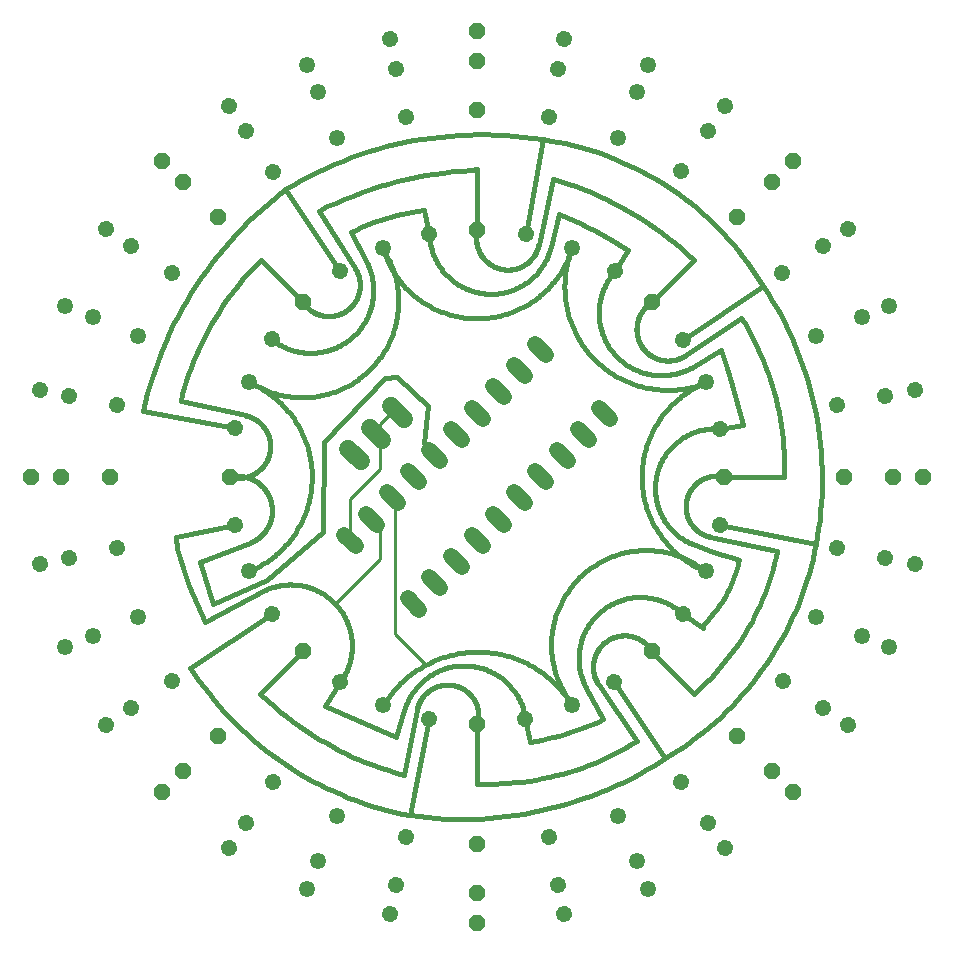
<source format=gbr>
G04 EAGLE Gerber RS-274X export*
G75*
%MOMM*%
%FSLAX34Y34*%
%LPD*%
%INTop Copper*%
%IPPOS*%
%AMOC8*
5,1,8,0,0,1.08239X$1,22.5*%
G01*
%ADD10P,1.429621X8X292.500000*%
%ADD11P,1.429621X8X281.300000*%
%ADD12P,1.429621X8X270.000000*%
%ADD13P,1.429621X8X258.800000*%
%ADD14P,1.429621X8X247.500000*%
%ADD15P,1.429621X8X236.300000*%
%ADD16P,1.429621X8X225.000000*%
%ADD17P,1.429621X8X213.800000*%
%ADD18P,1.429621X8X202.500000*%
%ADD19P,1.429621X8X191.300000*%
%ADD20P,1.429621X8X180.000000*%
%ADD21P,1.429621X8X168.800000*%
%ADD22P,1.429621X8X157.500000*%
%ADD23P,1.429621X8X146.300000*%
%ADD24P,1.429621X8X135.000000*%
%ADD25P,1.429621X8X123.800000*%
%ADD26P,1.429621X8X112.500000*%
%ADD27P,1.429621X8X101.300000*%
%ADD28P,1.429621X8X90.000000*%
%ADD29P,1.429621X8X78.800000*%
%ADD30P,1.429621X8X67.500000*%
%ADD31P,1.429621X8X56.300000*%
%ADD32P,1.429621X8X45.000000*%
%ADD33P,1.429621X8X33.800000*%
%ADD34P,1.429621X8X22.500000*%
%ADD35P,1.429621X8X371.300000*%
%ADD36P,1.429621X8X360.000000*%
%ADD37P,1.429621X8X348.800000*%
%ADD38P,1.429621X8X337.500000*%
%ADD39P,1.429621X8X326.300000*%
%ADD40P,1.429621X8X315.000000*%
%ADD41P,1.429621X8X303.800000*%
%ADD42C,1.320800*%
%ADD43C,1.524000*%
%ADD44C,0.254000*%
%ADD45C,0.406400*%


D10*
X400000Y777700D03*
X400000Y752300D03*
D11*
X473667Y770458D03*
X468733Y745542D03*
D12*
X544560Y748933D03*
X534840Y725467D03*
D13*
X609847Y714066D03*
X595753Y692934D03*
D14*
X667080Y667080D03*
X649120Y649120D03*
D15*
X714054Y609865D03*
X692946Y595735D03*
D16*
X748933Y544560D03*
X725467Y534840D03*
D17*
X770454Y473689D03*
X745546Y468711D03*
D18*
X777700Y400000D03*
X752300Y400000D03*
D19*
X770458Y326333D03*
X745542Y331267D03*
D20*
X748933Y255440D03*
X725467Y265160D03*
D21*
X714066Y190153D03*
X692934Y204247D03*
D22*
X667080Y132920D03*
X649120Y150880D03*
D23*
X609865Y85946D03*
X595735Y107054D03*
D24*
X544560Y51067D03*
X534840Y74533D03*
D25*
X473689Y29546D03*
X468711Y54454D03*
D26*
X400000Y22300D03*
X400000Y47700D03*
D27*
X326333Y29542D03*
X331267Y54458D03*
D28*
X255440Y51067D03*
X265160Y74533D03*
D29*
X190153Y85934D03*
X204247Y107066D03*
D30*
X132920Y132920D03*
X150880Y150880D03*
D31*
X85946Y190135D03*
X107054Y204265D03*
D32*
X51067Y255440D03*
X74533Y265160D03*
D33*
X29546Y326311D03*
X54454Y331289D03*
D34*
X22300Y400000D03*
X47700Y400000D03*
D35*
X29542Y473667D03*
X54458Y468733D03*
D36*
X51067Y544560D03*
X74533Y534840D03*
D37*
X85934Y609847D03*
X107066Y595753D03*
D38*
X132920Y667080D03*
X150880Y649120D03*
D39*
X190135Y714054D03*
X204265Y692946D03*
D40*
X255440Y748933D03*
X265160Y725467D03*
D41*
X326311Y770454D03*
X331289Y745546D03*
D26*
X400000Y609200D03*
X400000Y710800D03*
D27*
X440833Y605167D03*
X460567Y704833D03*
D28*
X480060Y593267D03*
X518940Y687133D03*
D29*
X516214Y573937D03*
X572586Y658463D03*
D30*
X547879Y547879D03*
X619721Y619721D03*
D31*
X573986Y516140D03*
X658414Y572660D03*
D32*
X593267Y480060D03*
X687133Y518940D03*
D33*
X605185Y440746D03*
X704815Y460654D03*
D34*
X609200Y400000D03*
X710800Y400000D03*
D35*
X605167Y359167D03*
X704833Y339433D03*
D36*
X593267Y319940D03*
X687133Y281060D03*
D37*
X573937Y283786D03*
X658463Y227414D03*
D38*
X547879Y252121D03*
X619721Y180279D03*
D39*
X516140Y226014D03*
X572660Y141586D03*
D40*
X480060Y206733D03*
X518940Y112867D03*
D41*
X440746Y194815D03*
X460654Y95185D03*
D10*
X400000Y190800D03*
X400000Y89200D03*
D11*
X359167Y194833D03*
X339433Y95167D03*
D12*
X319940Y206733D03*
X281060Y112867D03*
D13*
X283786Y226063D03*
X227414Y141537D03*
D14*
X252121Y252121D03*
X180279Y180279D03*
D15*
X226014Y283860D03*
X141586Y227340D03*
D16*
X206733Y319940D03*
X112867Y281060D03*
D17*
X194815Y359254D03*
X95185Y339346D03*
D18*
X190800Y400000D03*
X89200Y400000D03*
D19*
X194833Y440833D03*
X95167Y460567D03*
D20*
X206733Y480060D03*
X112867Y518940D03*
D21*
X226063Y516214D03*
X141537Y572586D03*
D22*
X252121Y547879D03*
X180279Y619721D03*
D23*
X283860Y573986D03*
X227340Y658414D03*
D24*
X319940Y593267D03*
X281060Y687133D03*
D25*
X359254Y605185D03*
X339346Y704815D03*
D42*
X449212Y512433D02*
X458551Y503093D01*
X440591Y485133D02*
X431251Y494472D01*
X413291Y476512D02*
X422630Y467172D01*
X404670Y449212D02*
X395330Y458551D01*
X377370Y440591D02*
X386709Y431251D01*
X368749Y413291D02*
X359409Y422630D01*
X341449Y404670D02*
X350788Y395330D01*
X332828Y377370D02*
X323488Y386709D01*
X305528Y368749D02*
X314867Y359409D01*
X296907Y341449D02*
X287567Y350788D01*
X341449Y296907D02*
X350788Y287567D01*
X368749Y305528D02*
X359409Y314867D01*
X377370Y332828D02*
X386709Y323488D01*
X404670Y341449D02*
X395330Y350788D01*
X413291Y368749D02*
X422630Y359409D01*
X440591Y377370D02*
X431251Y386709D01*
X449212Y404670D02*
X458551Y395330D01*
X476512Y413291D02*
X467172Y422630D01*
X485133Y440591D02*
X494472Y431251D01*
X512433Y449212D02*
X503093Y458551D01*
D43*
X301668Y412893D02*
X290892Y423670D01*
X308853Y441630D02*
X319629Y430854D01*
X337589Y448814D02*
X326813Y459591D01*
D44*
X292100Y381000D02*
X292100Y342900D01*
X292100Y381000D02*
X317500Y406400D01*
X317500Y431800D01*
X292237Y346118D02*
X292100Y342900D01*
X317500Y444500D02*
X330200Y457200D01*
X317500Y444500D02*
X317500Y431800D01*
X332201Y454202D02*
X330200Y457200D01*
X314241Y436242D02*
X317500Y431800D01*
D45*
X252121Y252121D02*
X216057Y216177D01*
X223013Y209843D01*
X223012Y209843D02*
X227938Y205466D01*
X232967Y201210D01*
X238099Y197076D01*
X243329Y193068D01*
X248654Y189188D01*
X254072Y185437D01*
X259578Y181819D01*
X265171Y178335D01*
X270846Y174987D01*
X276601Y171778D01*
X282432Y168709D01*
X288335Y165782D01*
X294307Y162998D01*
X300345Y160360D01*
X306445Y157869D01*
X312604Y155526D01*
X318817Y153332D01*
X325082Y151290D01*
X331394Y149400D01*
X337750Y147663D01*
X348916Y202881D01*
X348916Y202882D02*
X349051Y203510D01*
X349202Y204135D01*
X349367Y204756D01*
X349548Y205373D01*
X349744Y205986D01*
X349955Y206593D01*
X350181Y207195D01*
X350421Y207791D01*
X350676Y208381D01*
X350945Y208965D01*
X351228Y209542D01*
X351526Y210112D01*
X351837Y210675D01*
X352162Y211229D01*
X352501Y211776D01*
X352852Y212314D01*
X353217Y212843D01*
X353595Y213364D01*
X353985Y213874D01*
X354388Y214376D01*
X354803Y214867D01*
X355229Y215348D01*
X355668Y215818D01*
X356118Y216277D01*
X356578Y216725D01*
X357050Y217162D01*
X357532Y217587D01*
X358025Y218001D01*
X358527Y218402D01*
X359039Y218790D01*
X359561Y219166D01*
X360092Y219529D01*
X360631Y219879D01*
X361179Y220216D01*
X361734Y220539D01*
X362298Y220848D01*
X362869Y221144D01*
X363447Y221425D01*
X364031Y221693D01*
X364622Y221946D01*
X365219Y222184D01*
X365822Y222408D01*
X366430Y222616D01*
X367043Y222810D01*
X367661Y222989D01*
X368282Y223153D01*
X368908Y223301D01*
X369537Y223434D01*
X370169Y223552D01*
X370804Y223654D01*
X371441Y223740D01*
X372080Y223811D01*
X372720Y223867D01*
X373362Y223906D01*
X374004Y223930D01*
X374647Y223938D01*
X375290Y223930D01*
X375932Y223907D01*
X376574Y223868D01*
X377215Y223813D01*
X377854Y223743D01*
X378491Y223657D01*
X379126Y223555D01*
X379758Y223438D01*
X380387Y223305D01*
X381012Y223157D01*
X381634Y222994D01*
X382252Y222815D01*
X382865Y222622D01*
X383473Y222414D01*
X384076Y222190D01*
X384673Y221952D01*
X385264Y221700D01*
X385849Y221433D01*
X386427Y221152D01*
X386999Y220857D01*
X387562Y220548D01*
X388118Y220225D01*
X388666Y219889D01*
X389206Y219539D01*
X389736Y219176D01*
X390258Y218801D01*
X390771Y218412D01*
X391273Y218012D01*
X391766Y217599D01*
X392249Y217174D01*
X392721Y216738D01*
X393182Y216290D01*
X393632Y215831D01*
X394071Y215361D01*
X394498Y214880D01*
X394913Y214389D01*
X395316Y213888D01*
X395706Y213378D01*
X396085Y212858D01*
X396450Y212329D01*
X396802Y211791D01*
X397141Y211245D01*
X397466Y210690D01*
X397778Y210128D01*
X398076Y209558D01*
X398359Y208981D01*
X398629Y208398D01*
X398884Y207808D01*
X399125Y207212D01*
X399351Y206610D01*
X399562Y206002D01*
X399759Y205390D01*
X399940Y204774D01*
X400106Y204152D01*
X400257Y203528D01*
X400393Y202899D01*
X400513Y202268D01*
X400617Y201633D01*
X400706Y200997D01*
X400780Y200358D01*
X400838Y199718D01*
X400880Y199076D01*
X400906Y198434D01*
X400917Y197791D01*
X400912Y197148D01*
X400891Y196506D01*
X400854Y195864D01*
X400802Y195223D01*
X400734Y194584D01*
X400651Y193946D01*
X400552Y193311D01*
X400437Y192678D01*
X400307Y192049D01*
X400161Y191423D01*
X400001Y190800D01*
X400000Y190800D02*
X399960Y139993D01*
X408958Y139993D01*
X414750Y140064D01*
X420538Y140277D01*
X426319Y140631D01*
X432090Y141127D01*
X437848Y141764D01*
X443587Y142542D01*
X449306Y143460D01*
X455001Y144518D01*
X460668Y145715D01*
X466304Y147050D01*
X471906Y148523D01*
X477470Y150133D01*
X482993Y151879D01*
X488472Y153759D01*
X493903Y155773D01*
X499283Y157919D01*
X504608Y160196D01*
X509877Y162603D01*
X515085Y165139D01*
X520229Y167801D01*
X525306Y170588D01*
X530314Y173499D01*
X535249Y176532D01*
X502684Y223831D01*
X502320Y224373D01*
X501970Y224924D01*
X501633Y225483D01*
X501310Y226050D01*
X501002Y226625D01*
X500707Y227208D01*
X500426Y227797D01*
X500161Y228393D01*
X499909Y228996D01*
X499673Y229604D01*
X499452Y230218D01*
X499245Y230837D01*
X499054Y231462D01*
X498878Y232090D01*
X498718Y232723D01*
X498573Y233359D01*
X498444Y233999D01*
X498330Y234642D01*
X498232Y235287D01*
X498150Y235935D01*
X498084Y236584D01*
X498034Y237235D01*
X498000Y237887D01*
X497981Y238539D01*
X497979Y239192D01*
X497993Y239845D01*
X498022Y240497D01*
X498068Y241148D01*
X498129Y241798D01*
X498206Y242446D01*
X498299Y243092D01*
X498408Y243736D01*
X498533Y244376D01*
X498673Y245014D01*
X498829Y245648D01*
X499000Y246278D01*
X499187Y246903D01*
X499388Y247524D01*
X499605Y248140D01*
X499837Y248750D01*
X500084Y249354D01*
X500346Y249952D01*
X500622Y250543D01*
X500912Y251128D01*
X501217Y251705D01*
X501536Y252275D01*
X501868Y252837D01*
X502214Y253390D01*
X502574Y253935D01*
X502947Y254471D01*
X503332Y254997D01*
X503731Y255514D01*
X504142Y256021D01*
X504565Y256518D01*
X505001Y257004D01*
X505448Y257480D01*
X505907Y257944D01*
X506377Y258397D01*
X506857Y258839D01*
X507349Y259268D01*
X507851Y259686D01*
X508363Y260091D01*
X508884Y260483D01*
X509415Y260863D01*
X509955Y261229D01*
X510504Y261582D01*
X511062Y261922D01*
X511628Y262247D01*
X512201Y262559D01*
X512782Y262857D01*
X513370Y263141D01*
X513965Y263410D01*
X514566Y263664D01*
X515173Y263903D01*
X515786Y264128D01*
X516404Y264338D01*
X517027Y264532D01*
X517655Y264711D01*
X518287Y264875D01*
X518922Y265023D01*
X519561Y265156D01*
X520204Y265273D01*
X520848Y265374D01*
X521496Y265459D01*
X522145Y265529D01*
X522795Y265583D01*
X523447Y265620D01*
X524099Y265642D01*
X524752Y265648D01*
X525405Y265638D01*
X526057Y265612D01*
X526708Y265570D01*
X527358Y265512D01*
X528007Y265438D01*
X528653Y265348D01*
X529298Y265242D01*
X529939Y265121D01*
X530577Y264984D01*
X531212Y264832D01*
X531843Y264664D01*
X532469Y264481D01*
X533091Y264282D01*
X533708Y264068D01*
X534319Y263840D01*
X534925Y263596D01*
X535524Y263338D01*
X536117Y263065D01*
X536703Y262777D01*
X537282Y262476D01*
X537853Y262160D01*
X538417Y261831D01*
X538972Y261487D01*
X539519Y261131D01*
X540056Y260761D01*
X540585Y260378D01*
X541104Y259982D01*
X541613Y259573D01*
X542112Y259153D01*
X542601Y258720D01*
X543079Y258275D01*
X543545Y257819D01*
X544001Y257351D01*
X544445Y256873D01*
X544877Y256384D01*
X545297Y255884D01*
X545705Y255374D01*
X546100Y254855D01*
X546482Y254326D01*
X546851Y253787D01*
X547207Y253240D01*
X547550Y252684D01*
X547879Y252121D01*
X547879Y251672D01*
X583477Y216075D01*
X590207Y222449D01*
X590207Y222450D02*
X594037Y226167D01*
X597775Y229978D01*
X601419Y233879D01*
X604966Y237868D01*
X608414Y241943D01*
X611761Y246101D01*
X615005Y250340D01*
X618145Y254657D01*
X621177Y259049D01*
X624101Y263515D01*
X626915Y268051D01*
X629617Y272655D01*
X632205Y277323D01*
X634678Y282054D01*
X637035Y286843D01*
X639273Y291689D01*
X641392Y296588D01*
X643390Y301538D01*
X645266Y306536D01*
X647020Y311577D01*
X648649Y316660D01*
X650153Y321782D01*
X651531Y326939D01*
X652782Y332128D01*
X653906Y337346D01*
X653907Y337346D02*
X597234Y349159D01*
X597233Y349159D02*
X596612Y349296D01*
X595993Y349449D01*
X595379Y349616D01*
X594769Y349799D01*
X594164Y349996D01*
X593563Y350208D01*
X592968Y350435D01*
X592379Y350676D01*
X591796Y350932D01*
X591219Y351201D01*
X590649Y351485D01*
X590086Y351782D01*
X589530Y352093D01*
X588982Y352417D01*
X588442Y352755D01*
X587911Y353105D01*
X587388Y353469D01*
X586875Y353845D01*
X586370Y354234D01*
X585875Y354634D01*
X585391Y355047D01*
X584916Y355471D01*
X584452Y355907D01*
X583998Y356354D01*
X583556Y356812D01*
X583125Y357281D01*
X582705Y357760D01*
X582297Y358249D01*
X581902Y358748D01*
X581518Y359256D01*
X581147Y359773D01*
X580789Y360300D01*
X580444Y360835D01*
X580112Y361378D01*
X579793Y361929D01*
X579488Y362488D01*
X579196Y363054D01*
X578918Y363627D01*
X578655Y364206D01*
X578405Y364792D01*
X578170Y365384D01*
X577950Y365981D01*
X577744Y366584D01*
X577552Y367191D01*
X577376Y367803D01*
X577215Y368419D01*
X577068Y369038D01*
X576937Y369661D01*
X576821Y370288D01*
X576720Y370916D01*
X576635Y371547D01*
X576565Y372180D01*
X576511Y372814D01*
X576472Y373450D01*
X576448Y374086D01*
X576440Y374723D01*
X576448Y375360D01*
X576471Y375996D01*
X576509Y376631D01*
X576563Y377266D01*
X576633Y377899D01*
X576717Y378530D01*
X576818Y379159D01*
X576933Y379785D01*
X577064Y380408D01*
X577210Y381028D01*
X577371Y381644D01*
X577547Y382256D01*
X577737Y382863D01*
X577943Y383466D01*
X578163Y384063D01*
X578398Y384655D01*
X578647Y385241D01*
X578910Y385821D01*
X579187Y386394D01*
X579478Y386960D01*
X579783Y387519D01*
X580101Y388071D01*
X580433Y388614D01*
X580778Y389149D01*
X581136Y389676D01*
X581506Y390194D01*
X581889Y390702D01*
X582285Y391202D01*
X582692Y391691D01*
X583111Y392170D01*
X583542Y392639D01*
X583984Y393097D01*
X584437Y393545D01*
X584901Y393981D01*
X585375Y394406D01*
X585860Y394819D01*
X586354Y395220D01*
X586858Y395609D01*
X587372Y395985D01*
X587894Y396349D01*
X588425Y396700D01*
X588965Y397038D01*
X589513Y397363D01*
X590068Y397675D01*
X590631Y397972D01*
X591201Y398256D01*
X591777Y398526D01*
X592360Y398782D01*
X592950Y399023D01*
X593544Y399251D01*
X594145Y399463D01*
X594750Y399661D01*
X595360Y399844D01*
X595974Y400012D01*
X596592Y400165D01*
X597213Y400303D01*
X597838Y400426D01*
X598466Y400534D01*
X599096Y400626D01*
X599728Y400703D01*
X600362Y400764D01*
X600997Y400810D01*
X601633Y400840D01*
X602269Y400855D01*
X602906Y400855D01*
X603542Y400839D01*
X604178Y400807D01*
X604813Y400760D01*
X605447Y400697D01*
X606079Y400619D01*
X606709Y400526D01*
X607336Y400417D01*
X607961Y400294D01*
X608582Y400154D01*
X609200Y400000D01*
X660112Y399993D01*
X660025Y408992D01*
X659901Y414757D01*
X659640Y420518D01*
X659243Y426270D01*
X658709Y432012D01*
X658038Y437739D01*
X657232Y443449D01*
X656291Y449138D01*
X655215Y454803D01*
X654005Y460441D01*
X652661Y466049D01*
X651184Y471623D01*
X649575Y477161D01*
X647836Y482659D01*
X645966Y488113D01*
X643967Y493522D01*
X641840Y498882D01*
X639587Y504190D01*
X637208Y509443D01*
X634706Y514638D01*
X632080Y519772D01*
X629333Y524843D01*
X626467Y529846D01*
X623483Y534781D01*
X623483Y534780D02*
X576318Y502905D01*
X576318Y502904D02*
X575774Y502546D01*
X575222Y502202D01*
X574662Y501871D01*
X574093Y501554D01*
X573517Y501251D01*
X572934Y500963D01*
X572344Y500688D01*
X571748Y500428D01*
X571145Y500183D01*
X570537Y499952D01*
X569923Y499737D01*
X569304Y499536D01*
X568680Y499351D01*
X568052Y499181D01*
X567420Y499027D01*
X566784Y498888D01*
X566145Y498764D01*
X565503Y498656D01*
X564859Y498564D01*
X564213Y498488D01*
X563565Y498427D01*
X562916Y498382D01*
X562266Y498354D01*
X561615Y498341D01*
X560965Y498344D01*
X560314Y498363D01*
X559664Y498397D01*
X559016Y498448D01*
X558368Y498515D01*
X557723Y498597D01*
X557080Y498695D01*
X556439Y498809D01*
X555801Y498938D01*
X555167Y499083D01*
X554536Y499244D01*
X553910Y499419D01*
X553288Y499610D01*
X552671Y499817D01*
X552059Y500038D01*
X551452Y500274D01*
X550852Y500525D01*
X550258Y500790D01*
X549670Y501070D01*
X549090Y501364D01*
X548517Y501673D01*
X547952Y501995D01*
X547394Y502331D01*
X546845Y502680D01*
X546305Y503043D01*
X545774Y503419D01*
X545252Y503808D01*
X544740Y504209D01*
X544238Y504623D01*
X543746Y505049D01*
X543264Y505486D01*
X542794Y505936D01*
X542334Y506397D01*
X541886Y506869D01*
X541450Y507351D01*
X541026Y507845D01*
X540613Y508348D01*
X540214Y508861D01*
X539826Y509384D01*
X539452Y509917D01*
X539091Y510458D01*
X538743Y511008D01*
X538409Y511566D01*
X538089Y512133D01*
X537782Y512707D01*
X537490Y513288D01*
X537212Y513876D01*
X536948Y514471D01*
X536699Y515072D01*
X536465Y515679D01*
X536245Y516292D01*
X536041Y516910D01*
X535852Y517532D01*
X535678Y518159D01*
X535519Y518790D01*
X535376Y519425D01*
X535249Y520063D01*
X535137Y520704D01*
X535041Y521348D01*
X534961Y521994D01*
X534896Y522641D01*
X534847Y523290D01*
X534814Y523940D01*
X534798Y524590D01*
X534797Y525241D01*
X534811Y525892D01*
X534842Y526542D01*
X534889Y527191D01*
X534951Y527838D01*
X535030Y528484D01*
X535124Y529128D01*
X535233Y529770D01*
X535359Y530408D01*
X535500Y531043D01*
X535656Y531675D01*
X535828Y532303D01*
X536016Y532926D01*
X536218Y533544D01*
X536435Y534158D01*
X536668Y534765D01*
X536915Y535367D01*
X537177Y535963D01*
X537453Y536552D01*
X537743Y537134D01*
X538048Y537709D01*
X538367Y538277D01*
X538699Y538836D01*
X539045Y539387D01*
X539405Y539930D01*
X539777Y540463D01*
X540163Y540987D01*
X540561Y541502D01*
X540971Y542007D01*
X541394Y542501D01*
X541829Y542985D01*
X542276Y543459D01*
X542734Y543921D01*
X543203Y544372D01*
X543683Y544811D01*
X544173Y545239D01*
X544674Y545654D01*
X545185Y546057D01*
X545706Y546447D01*
X546236Y546825D01*
X546775Y547189D01*
X547323Y547541D01*
X547879Y547878D01*
X547879Y547879D02*
X583740Y583517D01*
X577847Y588790D01*
X577847Y588791D02*
X572626Y593354D01*
X567301Y597794D01*
X561873Y602108D01*
X556347Y606295D01*
X550724Y610351D01*
X545008Y614276D01*
X539202Y618066D01*
X533309Y621719D01*
X527332Y625234D01*
X521276Y628609D01*
X515142Y631841D01*
X508934Y634929D01*
X502656Y637872D01*
X496311Y640667D01*
X489903Y643314D01*
X483434Y645810D01*
X476909Y648155D01*
X470331Y650347D01*
X463704Y652385D01*
X451918Y596546D01*
X451775Y595908D01*
X451616Y595274D01*
X451443Y594644D01*
X451253Y594018D01*
X451049Y593397D01*
X450829Y592781D01*
X450595Y592171D01*
X450345Y591567D01*
X450081Y590969D01*
X449803Y590377D01*
X449510Y589793D01*
X449202Y589216D01*
X448881Y588647D01*
X448546Y588085D01*
X448197Y587532D01*
X447835Y586988D01*
X447460Y586453D01*
X447072Y585927D01*
X446671Y585411D01*
X446257Y584904D01*
X445831Y584408D01*
X445393Y583923D01*
X444944Y583448D01*
X444483Y582985D01*
X444011Y582533D01*
X443527Y582092D01*
X443034Y581664D01*
X442530Y581248D01*
X442015Y580844D01*
X441492Y580453D01*
X440958Y580074D01*
X440416Y579709D01*
X439865Y579358D01*
X439305Y579020D01*
X438738Y578695D01*
X438162Y578385D01*
X437580Y578089D01*
X436990Y577807D01*
X436393Y577540D01*
X435790Y577287D01*
X435181Y577049D01*
X434567Y576827D01*
X433947Y576619D01*
X433322Y576426D01*
X432693Y576249D01*
X432059Y576087D01*
X431422Y575941D01*
X430782Y575811D01*
X430138Y575696D01*
X429492Y575597D01*
X428844Y575513D01*
X428193Y575446D01*
X427542Y575394D01*
X426889Y575359D01*
X426235Y575339D01*
X425582Y575336D01*
X424928Y575348D01*
X424275Y575376D01*
X423623Y575421D01*
X422972Y575481D01*
X422323Y575557D01*
X421675Y575649D01*
X421031Y575757D01*
X420389Y575881D01*
X419750Y576020D01*
X419115Y576175D01*
X418484Y576345D01*
X417857Y576531D01*
X417235Y576732D01*
X416618Y576948D01*
X416006Y577179D01*
X415400Y577425D01*
X414801Y577686D01*
X414208Y577961D01*
X413622Y578251D01*
X413043Y578555D01*
X412472Y578873D01*
X411909Y579205D01*
X411354Y579550D01*
X410808Y579909D01*
X410270Y580281D01*
X409742Y580667D01*
X409224Y581065D01*
X408715Y581476D01*
X408217Y581899D01*
X407729Y582334D01*
X407252Y582781D01*
X406786Y583239D01*
X406331Y583709D01*
X405888Y584189D01*
X405456Y584681D01*
X405037Y585182D01*
X404631Y585694D01*
X404237Y586216D01*
X403855Y586747D01*
X403487Y587287D01*
X403133Y587836D01*
X402791Y588394D01*
X402464Y588960D01*
X402150Y589533D01*
X401851Y590114D01*
X401566Y590703D01*
X401295Y591298D01*
X401039Y591899D01*
X400798Y592507D01*
X400572Y593120D01*
X400360Y593739D01*
X400164Y594362D01*
X399984Y594991D01*
X399818Y595623D01*
X399668Y596260D01*
X399534Y596899D01*
X399416Y597542D01*
X399313Y598188D01*
X399226Y598836D01*
X399155Y599486D01*
X399100Y600137D01*
X399061Y600790D01*
X399037Y601443D01*
X399030Y602097D01*
X399039Y602750D01*
X399063Y603404D01*
X399104Y604056D01*
X399161Y604707D01*
X399233Y605357D01*
X399322Y606005D01*
X399426Y606650D01*
X399546Y607293D01*
X399681Y607932D01*
X399833Y608568D01*
X399999Y609200D01*
X400000Y609200D02*
X399809Y660140D01*
X394846Y659830D01*
X386961Y659245D01*
X379091Y658475D01*
X371241Y657523D01*
X363416Y656387D01*
X355619Y655069D01*
X347856Y653570D01*
X340129Y651890D01*
X332444Y650030D01*
X324804Y647991D01*
X317213Y645774D01*
X309677Y643381D01*
X302199Y640813D01*
X294782Y638071D01*
X287431Y635157D01*
X280151Y632072D01*
X272944Y628817D01*
X265816Y625396D01*
X296523Y576382D01*
X296857Y575833D01*
X297179Y575276D01*
X297486Y574711D01*
X297780Y574139D01*
X298060Y573560D01*
X298325Y572975D01*
X298576Y572383D01*
X298813Y571785D01*
X299035Y571181D01*
X299242Y570573D01*
X299434Y569959D01*
X299612Y569341D01*
X299774Y568719D01*
X299921Y568093D01*
X300053Y567464D01*
X300169Y566831D01*
X300270Y566196D01*
X300355Y565559D01*
X300425Y564920D01*
X300479Y564279D01*
X300518Y563637D01*
X300541Y562995D01*
X300548Y562352D01*
X300540Y561709D01*
X300516Y561066D01*
X300476Y560425D01*
X300420Y559784D01*
X300350Y559145D01*
X300263Y558508D01*
X300161Y557873D01*
X300044Y557241D01*
X299911Y556612D01*
X299763Y555986D01*
X299599Y555364D01*
X299421Y554746D01*
X299228Y554133D01*
X299019Y553525D01*
X298796Y552922D01*
X298559Y552324D01*
X298306Y551733D01*
X298040Y551148D01*
X297759Y550569D01*
X297465Y549998D01*
X297156Y549434D01*
X296834Y548877D01*
X296498Y548329D01*
X296149Y547789D01*
X295787Y547257D01*
X295412Y546735D01*
X295025Y546222D01*
X294625Y545718D01*
X294213Y545225D01*
X293789Y544741D01*
X293354Y544268D01*
X292907Y543806D01*
X292449Y543355D01*
X291980Y542915D01*
X291500Y542487D01*
X291010Y542070D01*
X290511Y541665D01*
X290001Y541273D01*
X289482Y540894D01*
X288954Y540527D01*
X288417Y540173D01*
X287872Y539832D01*
X287319Y539505D01*
X286757Y539191D01*
X286189Y538891D01*
X285613Y538605D01*
X285030Y538333D01*
X284441Y538075D01*
X283846Y537832D01*
X283245Y537604D01*
X282639Y537390D01*
X282027Y537191D01*
X281411Y537007D01*
X280791Y536838D01*
X280166Y536684D01*
X279539Y536545D01*
X278908Y536422D01*
X278274Y536314D01*
X277637Y536221D01*
X276999Y536145D01*
X276359Y536083D01*
X275718Y536038D01*
X275075Y536008D01*
X274432Y535993D01*
X273789Y535995D01*
X273147Y536012D01*
X272505Y536044D01*
X271863Y536093D01*
X271224Y536156D01*
X270586Y536236D01*
X269950Y536331D01*
X269316Y536441D01*
X268686Y536567D01*
X268058Y536708D01*
X267435Y536865D01*
X266815Y537036D01*
X266200Y537223D01*
X265589Y537425D01*
X264984Y537641D01*
X264384Y537872D01*
X263790Y538118D01*
X263201Y538378D01*
X262620Y538652D01*
X262045Y538941D01*
X261478Y539243D01*
X260918Y539559D01*
X260366Y539888D01*
X259822Y540231D01*
X259287Y540588D01*
X258760Y540957D01*
X258243Y541338D01*
X257735Y541733D01*
X257237Y542139D01*
X256748Y542558D01*
X256271Y542988D01*
X255804Y543430D01*
X255347Y543883D01*
X254902Y544347D01*
X254469Y544822D01*
X254047Y545307D01*
X253637Y545802D01*
X253239Y546307D01*
X252854Y546822D01*
X252481Y547346D01*
X252121Y547879D01*
X252121Y548205D01*
X216499Y583827D01*
X216499Y583206D01*
X214017Y580725D01*
X214018Y580724D02*
X209917Y576524D01*
X205917Y572227D01*
X202022Y567835D01*
X198232Y563352D01*
X194551Y558779D01*
X190980Y554120D01*
X187522Y549377D01*
X184178Y544552D01*
X180950Y539648D01*
X177841Y534669D01*
X174851Y529617D01*
X171983Y524495D01*
X169239Y519306D01*
X166619Y514053D01*
X164126Y508738D01*
X161760Y503366D01*
X159523Y497938D01*
X157417Y492459D01*
X155443Y486931D01*
X153601Y481357D01*
X151893Y475740D01*
X150320Y470085D01*
X148882Y464393D01*
X148882Y464394D02*
X203782Y451985D01*
X204418Y451833D01*
X205050Y451665D01*
X205678Y451483D01*
X206301Y451285D01*
X206919Y451071D01*
X207532Y450843D01*
X208139Y450600D01*
X208740Y450342D01*
X209334Y450070D01*
X209922Y449783D01*
X210502Y449482D01*
X211075Y449167D01*
X211640Y448838D01*
X212197Y448495D01*
X212745Y448139D01*
X213285Y447769D01*
X213815Y447387D01*
X214336Y446991D01*
X214847Y446583D01*
X215348Y446163D01*
X215838Y445731D01*
X216318Y445286D01*
X216787Y444831D01*
X217245Y444363D01*
X217691Y443885D01*
X218125Y443396D01*
X218547Y442897D01*
X218957Y442387D01*
X219354Y441868D01*
X219739Y441339D01*
X220110Y440801D01*
X220469Y440254D01*
X220813Y439699D01*
X221145Y439135D01*
X221462Y438563D01*
X221765Y437984D01*
X222054Y437397D01*
X222329Y436804D01*
X222589Y436204D01*
X222834Y435598D01*
X223065Y434986D01*
X223280Y434368D01*
X223480Y433746D01*
X223666Y433119D01*
X223835Y432487D01*
X223990Y431852D01*
X224128Y431213D01*
X224251Y430571D01*
X224359Y429926D01*
X224450Y429278D01*
X224526Y428629D01*
X224586Y427977D01*
X224630Y427325D01*
X224658Y426672D01*
X224670Y426018D01*
X224667Y425364D01*
X224647Y424711D01*
X224611Y424058D01*
X224560Y423406D01*
X224492Y422755D01*
X224409Y422107D01*
X224310Y421460D01*
X224195Y420817D01*
X224064Y420176D01*
X223918Y419539D01*
X223756Y418905D01*
X223579Y418276D01*
X223387Y417651D01*
X223179Y417031D01*
X222957Y416416D01*
X222719Y415807D01*
X222467Y415203D01*
X222200Y414607D01*
X221918Y414016D01*
X221622Y413433D01*
X221312Y412857D01*
X220988Y412289D01*
X220651Y411729D01*
X220299Y411178D01*
X219935Y410635D01*
X219557Y410101D01*
X219166Y409577D01*
X218763Y409062D01*
X218347Y408558D01*
X217919Y408063D01*
X217479Y407579D01*
X217028Y407106D01*
X216565Y406645D01*
X216091Y406194D01*
X215611Y405760D01*
X215120Y405337D01*
X214620Y404927D01*
X214110Y404528D01*
X213590Y404142D01*
X213061Y403769D01*
X212523Y403409D01*
X211977Y403061D01*
X211423Y402727D01*
X210860Y402407D01*
X210290Y402100D01*
X209713Y401807D01*
X209129Y401528D01*
X208538Y401263D01*
X207941Y401013D01*
X207338Y400777D01*
X206730Y400556D01*
X206116Y400349D01*
X205498Y400157D01*
X204875Y399981D01*
X204248Y399819D01*
X203618Y399673D01*
X202984Y399542D01*
X202347Y399426D01*
X201707Y399326D01*
X201066Y399241D01*
X200422Y399171D01*
X199777Y399118D01*
X199131Y399079D01*
X198484Y399057D01*
X197836Y399050D01*
X197189Y399059D01*
X196542Y399083D01*
X195896Y399123D01*
X195251Y399179D01*
X194608Y399250D01*
X193966Y399336D01*
X193327Y399439D01*
X192690Y399556D01*
X192057Y399689D01*
X191427Y399837D01*
X190800Y400001D01*
D44*
X215900Y406400D02*
X216091Y406194D01*
D45*
X354732Y428290D02*
X364079Y417961D01*
X354732Y428290D02*
X358082Y459946D01*
X331654Y484154D01*
X321976Y483782D01*
X270608Y429407D01*
X269120Y353060D01*
X222219Y312838D01*
X176435Y292355D01*
X165268Y328107D01*
X207330Y344122D01*
X207330Y344121D02*
X207996Y344384D01*
X208656Y344663D01*
X209308Y344959D01*
X209953Y345270D01*
X210590Y345597D01*
X211218Y345939D01*
X211839Y346297D01*
X212450Y346669D01*
X213052Y347057D01*
X213644Y347459D01*
X214227Y347876D01*
X214798Y348307D01*
X215360Y348751D01*
X215910Y349209D01*
X216448Y349681D01*
X216975Y350166D01*
X217490Y350663D01*
X217993Y351173D01*
X218483Y351695D01*
X218960Y352229D01*
X219424Y352774D01*
X219874Y353331D01*
X220311Y353898D01*
X220733Y354476D01*
X221141Y355065D01*
X221535Y355663D01*
X221914Y356270D01*
X222278Y356887D01*
X222626Y357512D01*
X222960Y358146D01*
X223277Y358787D01*
X223579Y359436D01*
X223865Y360093D01*
X224135Y360756D01*
X224388Y361426D01*
X224625Y362101D01*
X224845Y362783D01*
X225049Y363469D01*
X225235Y364160D01*
X225405Y364856D01*
X225557Y365555D01*
X225693Y366258D01*
X225811Y366965D01*
X225912Y367673D01*
X225995Y368384D01*
X226061Y369097D01*
X226109Y369812D01*
X226140Y370527D01*
X226153Y371243D01*
X226149Y371959D01*
X226127Y372674D01*
X226088Y373389D01*
X226031Y374103D01*
X225957Y374815D01*
X225866Y375525D01*
X225757Y376233D01*
X225630Y376937D01*
X225487Y377639D01*
X225326Y378337D01*
X225148Y379030D01*
X224954Y379719D01*
X224742Y380403D01*
X224514Y381082D01*
X224269Y381755D01*
X224008Y382421D01*
X223731Y383081D01*
X223437Y383734D01*
X223128Y384380D01*
X222803Y385018D01*
X222462Y385648D01*
X222106Y386269D01*
X221735Y386881D01*
X221349Y387484D01*
X220948Y388077D01*
X220533Y388661D01*
X220104Y389234D01*
X219661Y389796D01*
X219204Y390347D01*
X218734Y390887D01*
X218251Y391416D01*
X217755Y391932D01*
X217246Y392436D01*
X216725Y392927D01*
X216193Y393406D01*
X215649Y393871D01*
X215093Y394323D01*
X214527Y394761D01*
X213950Y395185D01*
X213363Y395595D01*
X212766Y395990D01*
X212159Y396370D01*
X211544Y396736D01*
X210919Y397086D01*
X210287Y397421D01*
X209646Y397741D01*
X208998Y398044D01*
X208342Y398332D01*
X207679Y398603D01*
X207010Y398858D01*
X206335Y399097D01*
X205655Y399319D01*
X204969Y399524D01*
X204278Y399713D01*
X203583Y399884D01*
X202884Y400039D01*
X202181Y400176D01*
X201475Y400296D01*
X200767Y400398D01*
X200056Y400484D01*
X199343Y400551D01*
X198629Y400602D01*
X197914Y400635D01*
X197198Y400650D01*
X196482Y400648D01*
X195766Y400628D01*
X195051Y400590D01*
X194338Y400536D01*
X193625Y400463D01*
X192915Y400373D01*
X192207Y400266D01*
X191502Y400142D01*
X190800Y400000D01*
X516140Y226014D02*
X559276Y161635D01*
X570038Y168712D01*
X570038Y168711D02*
X575457Y172369D01*
X580786Y176158D01*
X586022Y180075D01*
X591161Y184117D01*
X596201Y188283D01*
X601138Y192569D01*
X605970Y196974D01*
X610694Y201495D01*
X615307Y206129D01*
X619807Y210873D01*
X624190Y215725D01*
X628454Y220682D01*
X632597Y225741D01*
X636616Y230898D01*
X640509Y236151D01*
X644273Y241497D01*
X647907Y246933D01*
X651409Y252455D01*
X654775Y258061D01*
X658004Y263746D01*
X661095Y269508D01*
X664046Y275343D01*
X666854Y281248D01*
X669518Y287219D01*
X672037Y293253D01*
X674409Y299346D01*
X676632Y305495D01*
X678706Y311696D01*
X680629Y317945D01*
X682400Y324239D01*
X684018Y330575D01*
X685482Y336947D01*
X686791Y343353D01*
X686791Y343354D02*
X605167Y359167D01*
X686758Y343321D01*
X687796Y349551D01*
X687796Y349550D02*
X688885Y356616D01*
X689803Y363707D01*
X690547Y370818D01*
X691118Y377944D01*
X691516Y385083D01*
X691739Y392229D01*
X691789Y399379D01*
X691665Y406527D01*
X691367Y413670D01*
X690895Y420804D01*
X690250Y427925D01*
X689431Y435028D01*
X688440Y442108D01*
X687277Y449163D01*
X685943Y456187D01*
X684438Y463176D01*
X682764Y470127D01*
X680921Y477035D01*
X678911Y483896D01*
X676734Y490706D01*
X674392Y497461D01*
X671886Y504157D01*
X669218Y510791D01*
X666390Y517357D01*
X663402Y523852D01*
X660258Y530273D01*
X656958Y536616D01*
X653505Y542876D01*
X649900Y549051D01*
X646147Y555136D01*
X642246Y561128D01*
X642247Y561128D02*
X573986Y516140D01*
X642153Y561058D01*
X638799Y566415D01*
X635415Y571678D01*
X631904Y576857D01*
X628271Y581951D01*
X624515Y586955D01*
X620640Y591867D01*
X616648Y596685D01*
X612540Y601404D01*
X608321Y606024D01*
X603991Y610540D01*
X599553Y614951D01*
X595010Y619253D01*
X590365Y623445D01*
X585621Y627524D01*
X580779Y631487D01*
X575843Y635332D01*
X570817Y639057D01*
X565701Y642660D01*
X560501Y646138D01*
X555218Y649491D01*
X549855Y652714D01*
X544417Y655808D01*
X538906Y658770D01*
X533325Y661598D01*
X527677Y664290D01*
X521966Y666846D01*
X516195Y669264D01*
X510368Y671541D01*
X504487Y673678D01*
X498556Y675672D01*
X492580Y677522D01*
X486560Y679228D01*
X480501Y680788D01*
X474406Y682202D01*
X468279Y683469D01*
X462123Y684587D01*
X455942Y685557D01*
X440833Y605167D01*
X456025Y685567D01*
X446304Y686902D01*
X438589Y687865D01*
X430852Y688641D01*
X423099Y689227D01*
X415334Y689624D01*
X407561Y689831D01*
X399786Y689848D01*
X392012Y689676D01*
X384245Y689314D01*
X376489Y688762D01*
X368749Y688022D01*
X361029Y687092D01*
X353335Y685975D01*
X345669Y684670D01*
X338038Y683178D01*
X330446Y681501D01*
X322897Y679638D01*
X315395Y677592D01*
X307946Y675364D01*
X300553Y672954D01*
X293222Y670365D01*
X285956Y667598D01*
X278759Y664654D01*
X271636Y661535D01*
X264592Y658243D01*
X257630Y654781D01*
X250755Y651149D01*
X243970Y647351D01*
X237280Y643388D01*
X237280Y643389D02*
X283860Y573986D01*
X237197Y643312D01*
X229387Y637104D01*
X223417Y632148D01*
X217567Y627052D01*
X211840Y621817D01*
X206240Y616447D01*
X200770Y610945D01*
X195433Y605313D01*
X190231Y599557D01*
X185169Y593677D01*
X180248Y587679D01*
X175472Y581564D01*
X170843Y575338D01*
X166364Y569002D01*
X162037Y562562D01*
X157866Y556020D01*
X153852Y549381D01*
X149997Y542647D01*
X146304Y535824D01*
X142775Y528914D01*
X139412Y521922D01*
X136217Y514852D01*
X133192Y507707D01*
X130338Y500493D01*
X127657Y493212D01*
X125150Y485869D01*
X122820Y478469D01*
X120666Y471015D01*
X118692Y463512D01*
X116896Y455964D01*
X194833Y440833D01*
X226014Y283860D02*
X156788Y238156D01*
X164512Y227331D01*
X168515Y221860D01*
X172648Y216486D01*
X176907Y211212D01*
X181292Y206042D01*
X185798Y200977D01*
X190425Y196022D01*
X195168Y191179D01*
X200026Y186450D01*
X204995Y181839D01*
X210073Y177348D01*
X215256Y172979D01*
X220543Y168735D01*
X225929Y164619D01*
X231413Y160633D01*
X236989Y156779D01*
X242657Y153059D01*
X248411Y149475D01*
X254250Y146030D01*
X260169Y142725D01*
X266165Y139563D01*
X272235Y136545D01*
X278376Y133673D01*
X284583Y130948D01*
X290854Y128372D01*
X297184Y125946D01*
X303571Y123673D01*
X310010Y121553D01*
X316498Y119587D01*
X323030Y117776D01*
X329605Y116122D01*
X336217Y114626D01*
X342862Y113288D01*
X359167Y194833D01*
X516140Y226014D02*
X559329Y161714D01*
X550101Y156090D01*
X550100Y156090D02*
X543699Y152293D01*
X537210Y148649D01*
X530637Y145159D01*
X523982Y141826D01*
X517251Y138652D01*
X510446Y135638D01*
X503572Y132786D01*
X496632Y130098D01*
X489630Y127575D01*
X482571Y125218D01*
X475457Y123030D01*
X468294Y121010D01*
X461085Y119161D01*
X453834Y117484D01*
X446545Y115979D01*
X439223Y114646D01*
X431872Y113488D01*
X424494Y112504D01*
X417096Y111695D01*
X409681Y111062D01*
X402252Y110605D01*
X394815Y110324D01*
X387374Y110219D01*
X379932Y110290D01*
X372493Y110538D01*
X365063Y110962D01*
X357645Y111562D01*
X350243Y112338D01*
X342861Y113288D01*
X319940Y206733D02*
X324883Y213498D01*
X324882Y213498D02*
X326194Y215251D01*
X327547Y216972D01*
X328940Y218660D01*
X330372Y220316D01*
X331842Y221938D01*
X333350Y223524D01*
X334895Y225075D01*
X336476Y226589D01*
X338092Y228066D01*
X339742Y229505D01*
X341425Y230904D01*
X343141Y232263D01*
X344888Y233582D01*
X346665Y234859D01*
X348473Y236095D01*
X350308Y237287D01*
X352171Y238437D01*
X354061Y239542D01*
X355975Y240602D01*
X358004Y241663D01*
X360057Y242674D01*
X362135Y243633D01*
X364236Y244542D01*
X366359Y245399D01*
X368502Y246203D01*
X370663Y246955D01*
X372843Y247653D01*
X375039Y248298D01*
X377251Y248889D01*
X379476Y249425D01*
X381714Y249906D01*
X383962Y250333D01*
X386221Y250704D01*
X388488Y251020D01*
X390762Y251279D01*
X393042Y251484D01*
X395326Y251632D01*
X397613Y251724D01*
X399902Y251759D01*
X402190Y251739D01*
X404478Y251663D01*
X406763Y251530D01*
X409044Y251342D01*
X411320Y251097D01*
X413589Y250797D01*
X415850Y250441D01*
X418102Y250030D01*
X420343Y249564D01*
X422571Y249043D01*
X424787Y248467D01*
X426987Y247838D01*
X429172Y247154D01*
X431339Y246417D01*
X433487Y245627D01*
X435615Y244785D01*
X437722Y243891D01*
X439807Y242945D01*
X441867Y241948D01*
X443903Y240902D01*
X445912Y239805D01*
X447893Y238660D01*
X449846Y237466D01*
X451770Y236225D01*
X453662Y234937D01*
X455522Y233603D01*
X457348Y232224D01*
X459141Y230800D01*
X460897Y229333D01*
X462618Y227823D01*
X464300Y226272D01*
X465945Y224679D01*
X467549Y223047D01*
X469113Y221376D01*
X470636Y219667D01*
X472116Y217921D01*
X473553Y216140D01*
X474946Y214323D01*
X476294Y212473D01*
X477596Y210591D01*
X478851Y208677D01*
X480060Y206733D01*
X475215Y214280D01*
X474181Y215936D01*
X473187Y217616D01*
X472234Y219320D01*
X471323Y221047D01*
X470454Y222796D01*
X469628Y224565D01*
X468846Y226353D01*
X468107Y228160D01*
X467412Y229985D01*
X466762Y231826D01*
X466157Y233682D01*
X465597Y235552D01*
X465083Y237436D01*
X464614Y239331D01*
X464193Y241237D01*
X463817Y243153D01*
X463489Y245078D01*
X463207Y247010D01*
X462972Y248948D01*
X462785Y250891D01*
X462645Y252839D01*
X462552Y254789D01*
X462507Y256741D01*
X462509Y258693D01*
X462559Y260645D01*
X462656Y262595D01*
X462801Y264542D01*
X462993Y266485D01*
X463232Y268422D01*
X463519Y270353D01*
X463852Y272277D01*
X464232Y274192D01*
X464658Y276097D01*
X465131Y277992D01*
X465650Y279874D01*
X466214Y281743D01*
X466824Y283598D01*
X467478Y285437D01*
X468177Y287260D01*
X468920Y289065D01*
X469707Y290852D01*
X470538Y292619D01*
X471411Y294365D01*
X472326Y296090D01*
X473283Y297792D01*
X474281Y299470D01*
X475319Y301123D01*
X476398Y302750D01*
X477515Y304351D01*
X478672Y305924D01*
X479866Y307469D01*
X481098Y308984D01*
X482366Y310468D01*
X483669Y311921D01*
X485008Y313342D01*
X486381Y314731D01*
X487787Y316085D01*
X489226Y317405D01*
X490697Y318689D01*
X492198Y319937D01*
X493729Y321148D01*
X495289Y322322D01*
X496878Y323457D01*
X498493Y324553D01*
X500135Y325610D01*
X501802Y326626D01*
X503493Y327602D01*
X505207Y328536D01*
X506944Y329428D01*
X508702Y330278D01*
X510480Y331084D01*
X512277Y331847D01*
X514092Y332566D01*
X515924Y333241D01*
X517772Y333871D01*
X519635Y334456D01*
X521511Y334995D01*
X523400Y335489D01*
X525300Y335936D01*
X527211Y336337D01*
X529131Y336691D01*
X531059Y336999D01*
X532994Y337260D01*
X534935Y337473D01*
X536880Y337639D01*
X538829Y337758D01*
X540780Y337829D01*
X542732Y337853D01*
X544684Y337829D01*
X546635Y337758D01*
X548584Y337639D01*
X550529Y337473D01*
X552470Y337260D01*
X554405Y337000D01*
X556333Y336692D01*
X558253Y336338D01*
X560163Y335937D01*
X562064Y335490D01*
X563953Y334996D01*
X565829Y334457D01*
X567692Y333872D01*
X569540Y333243D01*
X571372Y332568D01*
X573187Y331849D01*
X574984Y331086D01*
X576762Y330279D01*
X578520Y329430D01*
X580257Y328538D01*
X581971Y327604D01*
X583662Y326629D01*
X585329Y325612D01*
X586971Y324556D01*
X588587Y323459D01*
X590175Y322324D01*
X591735Y321151D01*
X593267Y319940D01*
X589088Y478117D02*
X593267Y480060D01*
X589088Y478117D02*
X587187Y477204D01*
X585308Y476246D01*
X583454Y475241D01*
X581624Y474191D01*
X579821Y473097D01*
X578045Y471960D01*
X576298Y470779D01*
X574580Y469555D01*
X572892Y468290D01*
X571236Y466985D01*
X569612Y465639D01*
X568022Y464253D01*
X566466Y462830D01*
X564945Y461368D01*
X563460Y459870D01*
X562013Y458336D01*
X560603Y456767D01*
X559233Y455164D01*
X557902Y453528D01*
X556611Y451860D01*
X555362Y450161D01*
X554154Y448431D01*
X552989Y446673D01*
X551868Y444887D01*
X550790Y443074D01*
X549757Y441235D01*
X548770Y439371D01*
X547828Y437484D01*
X546933Y435574D01*
X546085Y433643D01*
X545284Y431692D01*
X544531Y429722D01*
X543827Y427734D01*
X543171Y425729D01*
X542565Y423709D01*
X542008Y421675D01*
X541501Y419628D01*
X541045Y417569D01*
X540639Y415499D01*
X540283Y413420D01*
X539979Y411333D01*
X539726Y409239D01*
X539524Y407140D01*
X539373Y405036D01*
X539274Y402929D01*
X539227Y400820D01*
X539231Y398711D01*
X539286Y396603D01*
X539394Y394497D01*
X539552Y392393D01*
X539762Y390295D01*
X540024Y388202D01*
X540336Y386116D01*
X540700Y384039D01*
X541114Y381971D01*
X541579Y379913D01*
X542093Y377868D01*
X542658Y375836D01*
X543272Y373818D01*
X543936Y371816D01*
X544648Y369831D01*
X545408Y367864D01*
X546217Y365915D01*
X547072Y363988D01*
X547975Y362082D01*
X548924Y360198D01*
X549919Y358338D01*
X550959Y356503D01*
X552043Y354695D01*
X553172Y352913D01*
X554344Y351159D01*
X555558Y349434D01*
X556814Y347740D01*
X558111Y346077D01*
X559449Y344446D01*
X560826Y342849D01*
X562241Y341285D01*
X563695Y339757D01*
X565185Y338264D01*
X566711Y336809D01*
X568273Y335391D01*
X569869Y334012D01*
X571498Y332673D01*
X573159Y331373D01*
X574852Y330115D01*
X576574Y328898D01*
X578327Y327724D01*
X580107Y326593D01*
X581914Y325506D01*
X583748Y324464D01*
X585606Y323466D01*
X587488Y322515D01*
X589393Y321610D01*
X591320Y320751D01*
X593267Y319940D01*
X586842Y477423D02*
X589088Y478117D01*
X586842Y477423D02*
X584794Y476818D01*
X582731Y476263D01*
X580656Y475759D01*
X578569Y475306D01*
X576471Y474904D01*
X574365Y474553D01*
X572250Y474254D01*
X570129Y474007D01*
X568002Y473812D01*
X565871Y473669D01*
X563737Y473578D01*
X561602Y473539D01*
X559466Y473553D01*
X557332Y473619D01*
X555199Y473737D01*
X553070Y473907D01*
X550946Y474130D01*
X548828Y474404D01*
X546717Y474730D01*
X544615Y475107D01*
X542523Y475536D01*
X540442Y476016D01*
X538373Y476546D01*
X536318Y477127D01*
X534278Y477758D01*
X532254Y478439D01*
X530247Y479169D01*
X528258Y479949D01*
X526289Y480776D01*
X524341Y481651D01*
X522415Y482574D01*
X520512Y483544D01*
X518634Y484560D01*
X516781Y485622D01*
X514954Y486728D01*
X513155Y487879D01*
X511385Y489074D01*
X509644Y490311D01*
X507934Y491591D01*
X506256Y492912D01*
X504611Y494274D01*
X503000Y495676D01*
X501424Y497117D01*
X499883Y498596D01*
X498379Y500112D01*
X496912Y501664D01*
X495484Y503252D01*
X494095Y504875D01*
X492746Y506531D01*
X491438Y508219D01*
X490172Y509939D01*
X488948Y511689D01*
X487768Y513469D01*
X486631Y515277D01*
X485539Y517113D01*
X484492Y518974D01*
X483491Y520861D01*
X482537Y522771D01*
X481629Y524705D01*
X480770Y526660D01*
X479958Y528635D01*
X479195Y530630D01*
X478480Y532642D01*
X477816Y534672D01*
X477201Y536717D01*
X476636Y538777D01*
X476122Y540850D01*
X475659Y542935D01*
X475247Y545030D01*
X474886Y547135D01*
X474577Y549248D01*
X474320Y551369D01*
X474114Y553494D01*
X473961Y555625D01*
X473860Y557758D01*
X473811Y559893D01*
X473814Y562029D01*
X473870Y564164D01*
X473978Y566297D01*
X474138Y568426D01*
X474350Y570551D01*
X474614Y572671D01*
X474930Y574783D01*
X475297Y576887D01*
X475716Y578981D01*
X476185Y581064D01*
X476706Y583136D01*
X477277Y585194D01*
X477899Y587237D01*
X478570Y589264D01*
X479290Y591275D01*
X480060Y593267D01*
X477194Y586199D01*
X477193Y586198D02*
X476406Y584322D01*
X475573Y582466D01*
X474696Y580631D01*
X473773Y578818D01*
X472807Y577027D01*
X471798Y575261D01*
X470746Y573520D01*
X469651Y571805D01*
X468516Y570117D01*
X467339Y568457D01*
X466122Y566827D01*
X464866Y565226D01*
X463572Y563657D01*
X462239Y562119D01*
X460870Y560615D01*
X459464Y559144D01*
X458023Y557709D01*
X456547Y556308D01*
X455038Y554944D01*
X453495Y553617D01*
X451921Y552329D01*
X450316Y551078D01*
X448681Y549868D01*
X447017Y548697D01*
X445325Y547568D01*
X443606Y546480D01*
X441861Y545434D01*
X440091Y544431D01*
X438297Y543472D01*
X436480Y542556D01*
X434642Y541685D01*
X432783Y540859D01*
X430904Y540079D01*
X429007Y539344D01*
X427092Y538656D01*
X425161Y538015D01*
X423216Y537421D01*
X421256Y536875D01*
X419283Y536377D01*
X417299Y535927D01*
X415305Y535525D01*
X413301Y535172D01*
X411290Y534868D01*
X409271Y534613D01*
X407247Y534407D01*
X405219Y534251D01*
X403187Y534144D01*
X401154Y534087D01*
X399119Y534079D01*
X397085Y534121D01*
X395053Y534212D01*
X393024Y534353D01*
X390998Y534543D01*
X388978Y534783D01*
X386964Y535071D01*
X384958Y535409D01*
X382960Y535796D01*
X380973Y536231D01*
X378997Y536714D01*
X377033Y537245D01*
X375083Y537824D01*
X373147Y538450D01*
X371227Y539124D01*
X369325Y539844D01*
X367440Y540610D01*
X365574Y541421D01*
X363729Y542278D01*
X361906Y543180D01*
X360104Y544126D01*
X358327Y545115D01*
X356574Y546148D01*
X354846Y547222D01*
X353146Y548339D01*
X351473Y549497D01*
X349829Y550695D01*
X348214Y551933D01*
X346630Y553209D01*
X345078Y554524D01*
X343558Y555877D01*
X342072Y557266D01*
X340620Y558691D01*
X339203Y560151D01*
X337822Y561645D01*
X336478Y563172D01*
X335171Y564731D01*
X333903Y566322D01*
X332674Y567943D01*
X331485Y569594D01*
X330336Y571273D01*
X329229Y572980D01*
X328163Y574713D01*
X327140Y576471D01*
X326161Y578254D01*
X325224Y580060D01*
X324333Y581889D01*
X323486Y583739D01*
X322684Y585609D01*
X321928Y587497D01*
X321219Y589404D01*
X320556Y591328D01*
X319940Y593266D01*
X210378Y321272D02*
X206733Y319940D01*
X211156Y477902D02*
X206733Y480060D01*
X211156Y477902D02*
X213044Y476952D01*
X214908Y475957D01*
X216748Y474917D01*
X218562Y473832D01*
X220349Y472703D01*
X222107Y471531D01*
X223837Y470316D01*
X225537Y469060D01*
X227205Y467763D01*
X228842Y466425D01*
X230445Y465048D01*
X232014Y463632D01*
X233549Y462179D01*
X235047Y460689D01*
X236509Y459162D01*
X237933Y457600D01*
X239319Y456005D01*
X240665Y454375D01*
X241971Y452714D01*
X243237Y451021D01*
X244461Y449298D01*
X245642Y447546D01*
X246781Y445765D01*
X247876Y443957D01*
X248926Y442123D01*
X249931Y440264D01*
X250891Y438381D01*
X251805Y436475D01*
X252672Y434548D01*
X253492Y432600D01*
X254264Y430632D01*
X254988Y428647D01*
X255663Y426644D01*
X256289Y424625D01*
X256866Y422592D01*
X257394Y420545D01*
X257871Y418487D01*
X258298Y416417D01*
X258674Y414337D01*
X259000Y412249D01*
X259275Y410153D01*
X259498Y408051D01*
X259671Y405945D01*
X259792Y403835D01*
X259861Y401723D01*
X259879Y399609D01*
X259846Y397496D01*
X259761Y395384D01*
X259625Y393275D01*
X259437Y391170D01*
X259198Y389070D01*
X258908Y386976D01*
X258568Y384891D01*
X258176Y382814D01*
X257734Y380747D01*
X257242Y378691D01*
X256700Y376649D01*
X256108Y374620D01*
X255467Y372606D01*
X254777Y370608D01*
X254039Y368628D01*
X253252Y366666D01*
X252418Y364724D01*
X251537Y362803D01*
X250610Y360904D01*
X249637Y359028D01*
X248618Y357176D01*
X247554Y355350D01*
X246446Y353550D01*
X245295Y351777D01*
X244101Y350034D01*
X242864Y348319D01*
X241587Y346636D01*
X240268Y344984D01*
X238910Y343365D01*
X237513Y341779D01*
X236077Y340227D01*
X234605Y338712D01*
X233095Y337232D01*
X231550Y335790D01*
X229971Y334386D01*
X228357Y333020D01*
X226711Y331695D01*
X225034Y330409D01*
X223325Y329165D01*
X221586Y327964D01*
X219819Y326804D01*
X218024Y325689D01*
X216203Y324617D01*
X214355Y323590D01*
X212484Y322608D01*
X210589Y321672D01*
X208672Y320782D01*
X206733Y319940D01*
X213885Y476480D02*
X211156Y477902D01*
X213885Y476479D02*
X215656Y475584D01*
X217448Y474731D01*
X219260Y473923D01*
X221091Y473159D01*
X222941Y472440D01*
X224807Y471766D01*
X226689Y471137D01*
X228586Y470555D01*
X230497Y470018D01*
X232420Y469529D01*
X234354Y469086D01*
X236298Y468691D01*
X238252Y468343D01*
X240214Y468042D01*
X242182Y467790D01*
X244156Y467585D01*
X246134Y467429D01*
X248115Y467320D01*
X250099Y467260D01*
X252083Y467249D01*
X254067Y467285D01*
X256049Y467370D01*
X258029Y467503D01*
X260005Y467684D01*
X261976Y467913D01*
X263941Y468190D01*
X265899Y468515D01*
X267848Y468887D01*
X269788Y469306D01*
X271716Y469773D01*
X273633Y470286D01*
X275537Y470846D01*
X277426Y471452D01*
X279300Y472104D01*
X281158Y472801D01*
X282999Y473544D01*
X284820Y474330D01*
X286622Y475161D01*
X288404Y476036D01*
X290163Y476953D01*
X291900Y477913D01*
X293612Y478916D01*
X295300Y479959D01*
X296962Y481043D01*
X298597Y482168D01*
X300205Y483331D01*
X301783Y484534D01*
X303332Y485774D01*
X304850Y487052D01*
X306336Y488367D01*
X307791Y489717D01*
X309211Y491102D01*
X310598Y492521D01*
X311950Y493974D01*
X313266Y495459D01*
X314546Y496976D01*
X315788Y498523D01*
X316992Y500101D01*
X318158Y501707D01*
X319284Y503340D01*
X320370Y505001D01*
X321415Y506688D01*
X322419Y508400D01*
X323381Y510135D01*
X324300Y511894D01*
X325177Y513674D01*
X326009Y515475D01*
X326798Y517296D01*
X327542Y519135D01*
X328242Y520993D01*
X328896Y522866D01*
X329504Y524755D01*
X330066Y526658D01*
X330581Y528574D01*
X331050Y530502D01*
X331471Y532441D01*
X331846Y534390D01*
X332173Y536347D01*
X332452Y538312D01*
X332683Y540283D01*
X332866Y542259D01*
X333001Y544238D01*
X333088Y546221D01*
X333127Y548205D01*
X333117Y550189D01*
X333059Y552173D01*
X332953Y554154D01*
X332799Y556133D01*
X332596Y558107D01*
X332346Y560075D01*
X332048Y562037D01*
X331702Y563991D01*
X331308Y565936D01*
X330868Y567871D01*
X330380Y569794D01*
X329846Y571705D01*
X329266Y573603D01*
X328639Y575486D01*
X327967Y577353D01*
X327250Y579203D01*
X326488Y581035D01*
X325681Y582848D01*
X324831Y584641D01*
X323937Y586413D01*
X323001Y588162D01*
X322022Y589888D01*
X321001Y591590D01*
X319940Y593267D01*
D44*
X330200Y381000D02*
X330200Y266700D01*
X355600Y241300D01*
X330200Y381000D02*
X328158Y382039D01*
X355600Y241300D02*
X355976Y240602D01*
D45*
X283786Y226063D02*
X270736Y205988D01*
X331316Y179703D01*
X338286Y202770D01*
X338285Y202769D02*
X338672Y203994D01*
X339088Y205209D01*
X339534Y206413D01*
X340009Y207606D01*
X340513Y208787D01*
X341045Y209956D01*
X341606Y211111D01*
X342195Y212252D01*
X342812Y213379D01*
X343456Y214490D01*
X344127Y215585D01*
X344824Y216663D01*
X345548Y217724D01*
X346297Y218767D01*
X347072Y219791D01*
X347871Y220796D01*
X348695Y221781D01*
X349542Y222746D01*
X350413Y223690D01*
X351306Y224613D01*
X352222Y225513D01*
X353159Y226391D01*
X354118Y227245D01*
X355097Y228076D01*
X356096Y228883D01*
X357115Y229665D01*
X358152Y230422D01*
X359207Y231154D01*
X360280Y231859D01*
X361370Y232538D01*
X362476Y233191D01*
X363598Y233816D01*
X364735Y234413D01*
X365886Y234983D01*
X367050Y235524D01*
X368228Y236037D01*
X369417Y236521D01*
X370618Y236976D01*
X371830Y237401D01*
X373052Y237796D01*
X374283Y238162D01*
X375522Y238497D01*
X376770Y238803D01*
X378024Y239077D01*
X379285Y239321D01*
X380551Y239534D01*
X381822Y239716D01*
X383098Y239867D01*
X384376Y239987D01*
X385657Y240075D01*
X386940Y240132D01*
X388224Y240158D01*
X389508Y240153D01*
X390792Y240116D01*
X392074Y240048D01*
X393355Y239949D01*
X394632Y239818D01*
X395906Y239656D01*
X397176Y239463D01*
X398440Y239240D01*
X399699Y238985D01*
X400951Y238700D01*
X402196Y238384D01*
X403433Y238038D01*
X404660Y237662D01*
X405879Y237256D01*
X407087Y236821D01*
X408284Y236356D01*
X409469Y235862D01*
X410642Y235339D01*
X411802Y234788D01*
X412948Y234209D01*
X414080Y233601D01*
X415196Y232967D01*
X416297Y232305D01*
X417381Y231617D01*
X418448Y230902D01*
X419497Y230162D01*
X420528Y229396D01*
X421540Y228605D01*
X422532Y227790D01*
X423504Y226951D01*
X424455Y226088D01*
X425385Y225202D01*
X426293Y224294D01*
X427179Y223364D01*
X428041Y222413D01*
X428881Y221441D01*
X429696Y220449D01*
X430486Y219437D01*
X431252Y218406D01*
X431993Y217357D01*
X432707Y216290D01*
X433395Y215206D01*
X434057Y214105D01*
X434692Y212989D01*
X435299Y211857D01*
X435878Y210711D01*
X436429Y209551D01*
X436952Y208378D01*
X437446Y207193D01*
X437911Y205996D01*
X438346Y204787D01*
X438752Y203569D01*
X439128Y202341D01*
X439474Y201104D01*
X439789Y199860D01*
X440075Y198608D01*
X440329Y197349D01*
X440553Y196084D01*
X440746Y194815D01*
X573937Y283786D02*
X591031Y272120D01*
X591031Y274802D01*
X593265Y277035D01*
X594960Y278771D01*
X596613Y280545D01*
X598224Y282359D01*
X599792Y284210D01*
X601316Y286097D01*
X602794Y288020D01*
X604227Y289977D01*
X605614Y291968D01*
X606953Y293991D01*
X608243Y296044D01*
X609485Y298128D01*
X610678Y300240D01*
X611820Y302380D01*
X612911Y304547D01*
X613951Y306738D01*
X614939Y308953D01*
X615875Y311191D01*
X616757Y313451D01*
X617586Y315731D01*
X618361Y318029D01*
X619081Y320346D01*
X619746Y322678D01*
X620356Y325026D01*
X620911Y327388D01*
X621409Y329762D01*
X616942Y331102D01*
X616941Y331102D02*
X608372Y333763D01*
X599855Y336587D01*
X591393Y339573D01*
X582990Y342720D01*
X582989Y342720D02*
X581840Y343179D01*
X580702Y343666D01*
X579577Y344181D01*
X578464Y344722D01*
X577365Y345291D01*
X576280Y345887D01*
X575210Y346508D01*
X574155Y347156D01*
X573116Y347829D01*
X572094Y348527D01*
X571090Y349250D01*
X570103Y349997D01*
X569135Y350768D01*
X568186Y351562D01*
X567256Y352380D01*
X566347Y353219D01*
X565459Y354081D01*
X564591Y354964D01*
X563746Y355867D01*
X562923Y356791D01*
X562122Y357735D01*
X561345Y358698D01*
X560591Y359680D01*
X559862Y360680D01*
X559157Y361697D01*
X558477Y362732D01*
X557823Y363782D01*
X557194Y364848D01*
X556592Y365929D01*
X556016Y367025D01*
X555467Y368134D01*
X554945Y369256D01*
X554450Y370391D01*
X553984Y371537D01*
X553545Y372694D01*
X553135Y373862D01*
X552754Y375039D01*
X552401Y376226D01*
X552077Y377420D01*
X551782Y378622D01*
X551517Y379831D01*
X551281Y381046D01*
X551075Y382266D01*
X550899Y383491D01*
X550753Y384720D01*
X550636Y385953D01*
X550550Y387187D01*
X550494Y388424D01*
X550468Y389661D01*
X550472Y390899D01*
X550506Y392136D01*
X550571Y393372D01*
X550665Y394606D01*
X550790Y395837D01*
X550944Y397065D01*
X551129Y398289D01*
X551343Y399508D01*
X551587Y400721D01*
X551860Y401928D01*
X552163Y403128D01*
X552495Y404321D01*
X552855Y405504D01*
X553245Y406679D01*
X553663Y407844D01*
X554109Y408999D01*
X554583Y410142D01*
X555085Y411273D01*
X555615Y412392D01*
X556171Y413497D01*
X556754Y414589D01*
X557364Y415666D01*
X558000Y416728D01*
X558661Y417774D01*
X559348Y418803D01*
X560060Y419816D01*
X560796Y420811D01*
X561556Y421788D01*
X562339Y422745D01*
X563146Y423684D01*
X563976Y424603D01*
X564827Y425501D01*
X565700Y426378D01*
X566595Y427233D01*
X567509Y428067D01*
X568444Y428878D01*
X569399Y429666D01*
X570372Y430430D01*
X571364Y431171D01*
X572373Y431887D01*
X573400Y432578D01*
X574443Y433244D01*
X575502Y433885D01*
X576576Y434499D01*
X577665Y435088D01*
X578768Y435649D01*
X579884Y436183D01*
X581013Y436690D01*
X582154Y437170D01*
X583307Y437621D01*
X584470Y438044D01*
X585643Y438439D01*
X586825Y438805D01*
X588016Y439142D01*
X589214Y439450D01*
X590420Y439729D01*
X591633Y439978D01*
X592851Y440198D01*
X594074Y440388D01*
X595301Y440548D01*
X596532Y440678D01*
X597765Y440778D01*
X599001Y440848D01*
X600238Y440888D01*
X601475Y440898D01*
X602713Y440877D01*
X603949Y440826D01*
X605184Y440746D01*
X605185Y440746D02*
X624968Y443932D01*
X624223Y446911D01*
X624224Y446912D02*
X620274Y462115D01*
X616040Y477242D01*
X611525Y492287D01*
X606729Y507245D01*
X606729Y507244D02*
X582534Y493092D01*
X581413Y492455D01*
X580276Y491845D01*
X579126Y491263D01*
X577961Y490709D01*
X576783Y490183D01*
X575593Y489686D01*
X574391Y489219D01*
X573178Y488781D01*
X571954Y488373D01*
X570721Y487994D01*
X569479Y487646D01*
X568229Y487328D01*
X566972Y487040D01*
X565708Y486784D01*
X564438Y486558D01*
X563163Y486363D01*
X561884Y486199D01*
X560601Y486067D01*
X559315Y485966D01*
X558027Y485896D01*
X556738Y485857D01*
X555448Y485850D01*
X554159Y485875D01*
X552870Y485930D01*
X551584Y486017D01*
X550299Y486136D01*
X549018Y486286D01*
X547741Y486467D01*
X546469Y486679D01*
X545202Y486921D01*
X543942Y487195D01*
X542689Y487499D01*
X541443Y487834D01*
X540206Y488199D01*
X538978Y488594D01*
X537760Y489019D01*
X536553Y489473D01*
X535358Y489957D01*
X534174Y490469D01*
X533003Y491010D01*
X531846Y491580D01*
X530703Y492178D01*
X529575Y492803D01*
X528463Y493456D01*
X527367Y494135D01*
X526287Y494841D01*
X525225Y495573D01*
X524182Y496331D01*
X523157Y497114D01*
X522151Y497921D01*
X521166Y498753D01*
X520201Y499609D01*
X519257Y500488D01*
X518334Y501390D01*
X517434Y502314D01*
X516557Y503259D01*
X515703Y504226D01*
X514873Y505213D01*
X514067Y506220D01*
X513286Y507246D01*
X512531Y508291D01*
X511801Y509355D01*
X511097Y510435D01*
X510419Y511533D01*
X509769Y512646D01*
X509145Y513776D01*
X508550Y514920D01*
X507982Y516078D01*
X507443Y517250D01*
X506933Y518434D01*
X506452Y519631D01*
X505999Y520839D01*
X505577Y522057D01*
X505184Y523286D01*
X504822Y524523D01*
X504489Y525770D01*
X504187Y527023D01*
X503916Y528284D01*
X503675Y529551D01*
X503466Y530824D01*
X503287Y532101D01*
X503140Y533383D01*
X503024Y534667D01*
X502939Y535954D01*
X502886Y537243D01*
X502864Y538532D01*
X502873Y539822D01*
X502914Y541111D01*
X502986Y542399D01*
X503090Y543685D01*
X503225Y544967D01*
X503391Y546246D01*
X503588Y547521D01*
X503816Y548790D01*
X504075Y550054D01*
X504365Y551311D01*
X504685Y552560D01*
X505036Y553801D01*
X505416Y555033D01*
X505827Y556256D01*
X506267Y557468D01*
X506737Y558669D01*
X507236Y559859D01*
X507764Y561036D01*
X508320Y562199D01*
X508904Y563349D01*
X509516Y564484D01*
X510156Y565604D01*
X510823Y566708D01*
X511516Y567796D01*
X512236Y568866D01*
X512982Y569919D01*
X513753Y570952D01*
X514549Y571967D01*
X515369Y572962D01*
X516213Y573937D01*
X440746Y194815D02*
X444502Y175605D01*
X449863Y176498D01*
X449862Y176499D02*
X454770Y177379D01*
X459655Y178379D01*
X464514Y179499D01*
X469344Y180737D01*
X474142Y182094D01*
X478905Y183568D01*
X483631Y185158D01*
X488316Y186864D01*
X492958Y188684D01*
X497555Y190617D01*
X502102Y192662D01*
X506598Y194819D01*
X506598Y194818D02*
X492302Y220735D01*
X491700Y221859D01*
X491125Y222997D01*
X490579Y224149D01*
X490061Y225314D01*
X489571Y226492D01*
X489110Y227681D01*
X488679Y228881D01*
X488276Y230091D01*
X487904Y231311D01*
X487561Y232539D01*
X487249Y233775D01*
X486967Y235019D01*
X486715Y236269D01*
X486494Y237525D01*
X486304Y238786D01*
X486145Y240051D01*
X486016Y241320D01*
X485919Y242591D01*
X485852Y243865D01*
X485817Y245139D01*
X485813Y246414D01*
X485840Y247689D01*
X485899Y248963D01*
X485988Y250235D01*
X486108Y251505D01*
X486260Y252771D01*
X486442Y254033D01*
X486655Y255290D01*
X486899Y256542D01*
X487173Y257787D01*
X487478Y259026D01*
X487812Y260256D01*
X488177Y261478D01*
X488572Y262691D01*
X488995Y263893D01*
X489449Y265085D01*
X489931Y266266D01*
X490442Y267434D01*
X490981Y268590D01*
X491548Y269732D01*
X492144Y270859D01*
X492766Y271972D01*
X493416Y273070D01*
X494092Y274151D01*
X494794Y275215D01*
X495522Y276262D01*
X496276Y277291D01*
X497054Y278301D01*
X497857Y279292D01*
X498684Y280263D01*
X499534Y281213D01*
X500407Y282142D01*
X501303Y283050D01*
X502220Y283935D01*
X503159Y284798D01*
X504119Y285638D01*
X505099Y286454D01*
X506099Y287246D01*
X507117Y288013D01*
X508154Y288755D01*
X509209Y289471D01*
X510281Y290162D01*
X511370Y290826D01*
X512475Y291463D01*
X513594Y292073D01*
X514729Y292655D01*
X515877Y293210D01*
X517038Y293736D01*
X518212Y294234D01*
X519398Y294703D01*
X520595Y295143D01*
X521802Y295554D01*
X523019Y295935D01*
X524245Y296286D01*
X525479Y296607D01*
X526721Y296898D01*
X527969Y297158D01*
X529224Y297388D01*
X530483Y297587D01*
X531747Y297755D01*
X533015Y297892D01*
X534286Y297999D01*
X535559Y298074D01*
X536833Y298118D01*
X538108Y298131D01*
X539383Y298113D01*
X540658Y298063D01*
X541930Y297983D01*
X543201Y297871D01*
X544468Y297729D01*
X545731Y297555D01*
X546990Y297351D01*
X548243Y297116D01*
X549490Y296850D01*
X550731Y296554D01*
X551964Y296228D01*
X553188Y295872D01*
X554403Y295486D01*
X555609Y295071D01*
X556804Y294626D01*
X557988Y294152D01*
X559160Y293649D01*
X560319Y293118D01*
X561465Y292558D01*
X562597Y291971D01*
X563714Y291356D01*
X564816Y290715D01*
X565902Y290046D01*
X566971Y289351D01*
X568023Y288630D01*
X569057Y287884D01*
X570073Y287113D01*
X571069Y286317D01*
X572045Y285497D01*
X573002Y284653D01*
X573937Y283787D01*
X516214Y573937D02*
X527993Y591680D01*
X522097Y595435D01*
X516477Y598928D01*
X510781Y602296D01*
X505012Y605538D01*
X499173Y608653D01*
X493267Y611638D01*
X487297Y614492D01*
X481265Y617214D01*
X475175Y619803D01*
X469030Y622256D01*
X469030Y622257D02*
X462061Y594362D01*
X462062Y594362D02*
X461737Y593127D01*
X461382Y591901D01*
X460998Y590683D01*
X460584Y589476D01*
X460140Y588278D01*
X459667Y587093D01*
X459166Y585919D01*
X458636Y584757D01*
X458077Y583609D01*
X457491Y582475D01*
X456877Y581356D01*
X456236Y580251D01*
X455568Y579163D01*
X454874Y578092D01*
X454153Y577038D01*
X453407Y576002D01*
X452636Y574984D01*
X451841Y573986D01*
X451021Y573007D01*
X450177Y572049D01*
X449311Y571111D01*
X448421Y570195D01*
X447510Y569301D01*
X446577Y568430D01*
X445622Y567582D01*
X444648Y566757D01*
X443653Y565956D01*
X442640Y565180D01*
X441607Y564429D01*
X440557Y563704D01*
X439489Y563004D01*
X438404Y562331D01*
X437303Y561684D01*
X436187Y561065D01*
X435056Y560473D01*
X433910Y559909D01*
X432752Y559373D01*
X431580Y558865D01*
X430397Y558387D01*
X429202Y557937D01*
X427996Y557517D01*
X426781Y557126D01*
X425556Y556766D01*
X424323Y556435D01*
X423082Y556134D01*
X421834Y555864D01*
X420580Y555625D01*
X419321Y555416D01*
X418056Y555239D01*
X416788Y555092D01*
X415517Y554976D01*
X414243Y554891D01*
X412967Y554838D01*
X411691Y554816D01*
X410414Y554825D01*
X409138Y554865D01*
X407863Y554936D01*
X406591Y555039D01*
X405321Y555173D01*
X404055Y555337D01*
X402793Y555533D01*
X401537Y555759D01*
X400286Y556016D01*
X399042Y556304D01*
X397806Y556622D01*
X396578Y556970D01*
X395358Y557348D01*
X394148Y557755D01*
X392949Y558192D01*
X391760Y558659D01*
X390583Y559154D01*
X389419Y559678D01*
X388268Y560230D01*
X387131Y560810D01*
X386008Y561418D01*
X384901Y562053D01*
X383809Y562716D01*
X382734Y563404D01*
X381676Y564119D01*
X380636Y564859D01*
X379614Y565624D01*
X378611Y566415D01*
X377628Y567229D01*
X376665Y568068D01*
X375723Y568929D01*
X374803Y569814D01*
X373904Y570720D01*
X373027Y571649D01*
X372174Y572598D01*
X371344Y573568D01*
X370538Y574559D01*
X369756Y575568D01*
X369000Y576596D01*
X368269Y577643D01*
X367563Y578707D01*
X366884Y579788D01*
X366232Y580886D01*
X365606Y581999D01*
X365008Y583126D01*
X364438Y584269D01*
X363896Y585425D01*
X363382Y586593D01*
X362897Y587774D01*
X362441Y588967D01*
X362014Y590170D01*
X361617Y591383D01*
X361250Y592606D01*
X360912Y593837D01*
X360605Y595077D01*
X360328Y596323D01*
X360082Y597576D01*
X359867Y598834D01*
X359682Y600097D01*
X359528Y601365D01*
X359406Y602636D01*
X359314Y603909D01*
X359254Y605184D01*
X359254Y605185D02*
X355095Y626011D01*
X349288Y625117D01*
X344790Y624369D01*
X340310Y623515D01*
X335852Y622555D01*
X331418Y621488D01*
X327011Y620316D01*
X322633Y619040D01*
X318286Y617659D01*
X313974Y616176D01*
X309698Y614590D01*
X305462Y612903D01*
X301266Y611116D01*
X297115Y609229D01*
X293009Y607243D01*
X293009Y607244D02*
X305962Y582221D01*
X305963Y582222D02*
X306545Y581063D01*
X307099Y579890D01*
X307623Y578703D01*
X308119Y577505D01*
X308585Y576294D01*
X309022Y575072D01*
X309428Y573841D01*
X309804Y572599D01*
X310150Y571349D01*
X310465Y570091D01*
X310749Y568825D01*
X311002Y567553D01*
X311223Y566275D01*
X311414Y564991D01*
X311573Y563704D01*
X311700Y562413D01*
X311796Y561120D01*
X311860Y559824D01*
X311893Y558527D01*
X311893Y557230D01*
X311862Y555933D01*
X311800Y554638D01*
X311705Y553344D01*
X311579Y552053D01*
X311421Y550765D01*
X311232Y549482D01*
X311012Y548204D01*
X310760Y546931D01*
X310478Y545665D01*
X310164Y544407D01*
X309820Y543156D01*
X309445Y541914D01*
X309040Y540682D01*
X308605Y539460D01*
X308140Y538249D01*
X307646Y537049D01*
X307122Y535863D01*
X306570Y534689D01*
X305989Y533529D01*
X305380Y532384D01*
X304743Y531254D01*
X304079Y530140D01*
X303387Y529042D01*
X302669Y527962D01*
X301925Y526900D01*
X301155Y525856D01*
X300359Y524831D01*
X299539Y523826D01*
X298694Y522842D01*
X297826Y521878D01*
X296934Y520936D01*
X296020Y520016D01*
X295083Y519119D01*
X294124Y518245D01*
X293145Y517395D01*
X292145Y516568D01*
X291125Y515767D01*
X290086Y514991D01*
X289028Y514240D01*
X287952Y513516D01*
X286858Y512818D01*
X285748Y512147D01*
X284622Y511503D01*
X283480Y510887D01*
X282324Y510299D01*
X281154Y509740D01*
X279970Y509210D01*
X278774Y508708D01*
X277565Y508236D01*
X276346Y507794D01*
X275116Y507382D01*
X273876Y507000D01*
X272628Y506648D01*
X271371Y506327D01*
X270107Y506037D01*
X268836Y505778D01*
X267559Y505550D01*
X266276Y505353D01*
X264990Y505188D01*
X263700Y505054D01*
X262406Y504952D01*
X261111Y504882D01*
X259815Y504843D01*
X258518Y504836D01*
X257221Y504861D01*
X255925Y504918D01*
X254630Y505006D01*
X253339Y505126D01*
X252051Y505277D01*
X250766Y505460D01*
X249487Y505674D01*
X248213Y505920D01*
X246946Y506196D01*
X245686Y506504D01*
X244434Y506842D01*
X243190Y507211D01*
X241956Y507610D01*
X240732Y508039D01*
X239518Y508498D01*
X238317Y508986D01*
X237127Y509504D01*
X235951Y510051D01*
X234788Y510626D01*
X233640Y511230D01*
X232507Y511861D01*
X231390Y512520D01*
X230289Y513207D01*
X229205Y513919D01*
X228139Y514659D01*
X227092Y515424D01*
X226063Y516214D01*
X194815Y359254D02*
X145325Y349039D01*
X145846Y338686D01*
X145845Y338686D02*
X148195Y330800D01*
X150725Y322969D01*
X153433Y315199D01*
X156318Y307492D01*
X159378Y299854D01*
X162612Y292287D01*
X166018Y284796D01*
X169595Y277386D01*
X169595Y277385D02*
X219998Y303900D01*
X221160Y304424D01*
X222334Y304919D01*
X223520Y305386D01*
X224717Y305823D01*
X225925Y306231D01*
X227142Y306609D01*
X228368Y306957D01*
X229602Y307274D01*
X230844Y307562D01*
X232092Y307819D01*
X233346Y308045D01*
X234606Y308240D01*
X235870Y308405D01*
X237137Y308538D01*
X238407Y308640D01*
X239680Y308711D01*
X240954Y308751D01*
X242228Y308759D01*
X243503Y308736D01*
X244776Y308682D01*
X246048Y308597D01*
X247317Y308480D01*
X248583Y308333D01*
X249845Y308154D01*
X251102Y307945D01*
X252353Y307704D01*
X253599Y307433D01*
X254837Y307132D01*
X256068Y306800D01*
X257290Y306438D01*
X258503Y306047D01*
X259705Y305625D01*
X260898Y305175D01*
X262078Y304695D01*
X263247Y304186D01*
X264403Y303649D01*
X265545Y303084D01*
X266673Y302490D01*
X267786Y301870D01*
X268883Y301222D01*
X269965Y300547D01*
X271029Y299846D01*
X272076Y299119D01*
X273105Y298367D01*
X274115Y297590D01*
X275106Y296788D01*
X276076Y295962D01*
X277026Y295112D01*
X277955Y294240D01*
X278863Y293345D01*
X279748Y292428D01*
X280604Y291496D01*
X281437Y290543D01*
X282247Y289570D01*
X283034Y288578D01*
X283795Y287567D01*
X284532Y286538D01*
X285243Y285491D01*
X285929Y284427D01*
X286589Y283347D01*
X287222Y282251D01*
X287828Y281140D01*
X288407Y280014D01*
X288959Y278875D01*
X289482Y277723D01*
X289977Y276558D01*
X290444Y275381D01*
X290882Y274194D01*
X291291Y272996D01*
X291670Y271788D01*
X292020Y270572D01*
X292340Y269347D01*
X292630Y268115D01*
X292891Y266876D01*
X293120Y265632D01*
X293320Y264382D01*
X293489Y263127D01*
X293627Y261869D01*
X293735Y260608D01*
X293812Y259345D01*
X293858Y258080D01*
X293873Y256814D01*
X293857Y255548D01*
X293811Y254283D01*
X293734Y253020D01*
X293626Y251759D01*
X293487Y250501D01*
X293318Y249246D01*
X293118Y247997D01*
X292887Y246752D01*
X292627Y245513D01*
X292336Y244281D01*
X292016Y243057D01*
X291665Y241841D01*
X291286Y240633D01*
X290876Y239435D01*
X290438Y238248D01*
X289971Y237071D01*
X289476Y235907D01*
X288952Y234754D01*
X288400Y233615D01*
X287821Y232490D01*
X287214Y231379D01*
X286581Y230283D01*
X285921Y229203D01*
X285235Y228139D01*
X284523Y227093D01*
X283786Y226064D01*
D44*
X317500Y330200D02*
X317500Y355600D01*
X317500Y330200D02*
X279400Y292100D01*
X317500Y355600D02*
X310197Y364079D01*
X279748Y292428D02*
X279400Y292100D01*
M02*

</source>
